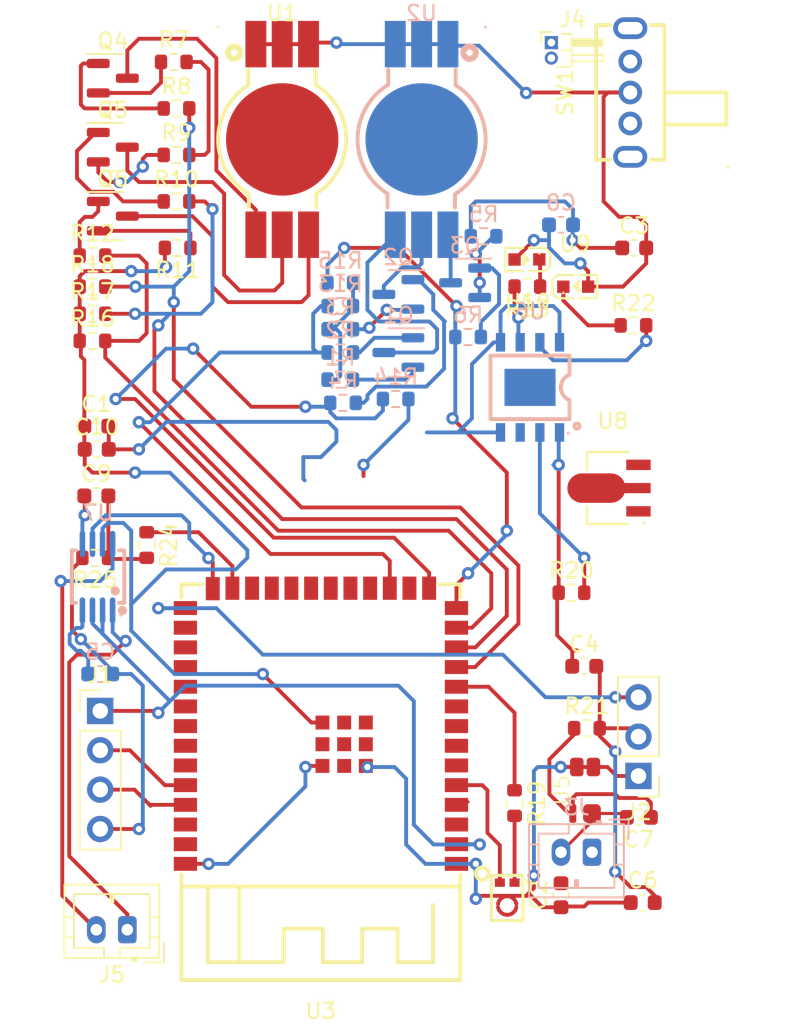
<source format=kicad_pcb>
(kicad_pcb (version 20221018) (generator pcbnew)
  (layers (0 "F.Cu" signal) (31 "B.Cu" signal) (34 "B.Paste" user) (35 "F.Paste" user) (36 "B.SilkS" user "B.Silkscreen") (37 "F.SilkS" user "F.Silkscreen") (38 "B.Mask" user) (39 "F.Mask" user) (44 "Edge.Cuts" user))
  (net 0 "")
  (net 1 "GND")
  (net 2 "VDD")
  (net 3 "Net-(U4-VDD)")
  (net 4 "Net-(J2-Pin_3)")
  (net 5 "Net-(U7-IN-)")
  (net 6 "Net-(J5-Pin_1)")
  (net 7 "Net-(Q1-G)")
  (net 8 "Net-(Q1-S)")
  (net 9 "Net-(Q1-D)")
  (net 10 "Net-(Q2-G)")
  (net 11 "Net-(Q2-S)")
  (net 12 "Net-(Q2-D)")
  (net 13 "Net-(Q3-G)")
  (net 14 "Net-(Q3-S)")
  (net 15 "Net-(Q3-D)")
  (net 16 "Net-(Q4-G)")
  (net 17 "Net-(Q4-S)")
  (net 18 "Net-(Q4-D)")
  (net 19 "Net-(Q5-G)")
  (net 20 "Net-(Q5-S)")
  (net 21 "Net-(Q5-D)")
  (net 22 "Net-(Q6-G)")
  (net 23 "Net-(Q6-S)")
  (net 24 "Net-(Q6-D)")
  (net 25 "Net-(U6-PROG)")
  (net 26 "Net-(U5-VDD)")
  (net 27 "/BAT-")
  (net 29 "Net-(U7-IN+)")
  (net 30 "Net-(C9-Pad2)")
  (net 31 "/RxD")
  (net 32 "/TxD")
  (net 33 "/BAT+")
  (net 34 "Net-(J5-Pin_2)")
  (net 35 "/BLUE2")
  (net 36 "/GREEN2")
  (net 37 "/RED2")
  (net 38 "/RED1")
  (net 39 "/GREEN1")
  (net 40 "/BLUE1")
  (net 41 "/MIC_POWER")
  (net 42 "Net-(U9-K)")
  (net 43 "Net-(U6-CHRG#)")
  (net 44 "Net-(U10-K)")
  (net 45 "Net-(U6-STDBY#)")
  (net 46 "/SOUND")
  (net 51 "/MIC")
  (net 54 "unconnected-(U3-IO15-Pad8)")
  (net 64 "/SOUND_ENABLE")
  (footprint "Resistor_SMD:R_0603_1608Metric" (layer "F.Cu") (at 161.675 83.25)
    (fp_text reference "R20")
    (fp_text value "4k7")
  )
  (footprint "footprint:MIC-SMD_3P-L2.8-W1.9_ZTS6056" (layer "F.Cu") (at 157.525019 103)
    (fp_text reference "U4" hide)
    (fp_text value "ZTS6156")
  )
  (footprint "footprint:LED0603-RD_BLUE" (layer "F.Cu") (at 161.95061 63.503505)
    (fp_text reference "U9")
    (fp_text value "XL-1608UBC-04")
  )
  (footprint "footprint:XB4908A" (layer "F.Cu") (at 162.555 96 90)
    (fp_text reference "U5")
    (fp_text value "~")
  )
  (footprint "Resistor_SMD:R_0603_1608Metric" (layer "F.Cu") (at 136.175 55)
    (fp_text reference "R9")
    (fp_text value "1")
  )
  (footprint "footprint:LED-SMD_XL-HD6070RGBC-A46L" (layer "F.Cu") (at 143 53.999873)
    (fp_text reference "U1")
    (fp_text value "XL-HD6070RGBC-A46L")
  )
  (footprint "Resistor_SMD:R_0603_1608Metric" (layer "F.Cu") (at 165.675 66)
    (fp_text reference "R22")
    (fp_text value "1k")
  )
  (footprint "Capacitor_SMD:C_0603_1608Metric" (layer "F.Cu") (at 131 77)
    (fp_text reference "C9")
    (fp_text value "0.1uF")
  )
  (footprint "Resistor_SMD:R_0603_1608Metric" (layer "F.Cu") (at 158 96.825 -90)
    (fp_text reference "R19")
    (fp_text value "100")
  )
  (footprint "Package_TO_SOT_SMD:SOT-23" (layer "F.Cu") (at 132.0625 50.05)
    (fp_text reference "Q4")
    (fp_text value "IRLML6244")
  )
  (footprint "Package_TO_SOT_SMD:SOT-23" (layer "F.Cu") (at 132.0625 54.5)
    (fp_text reference "Q5")
    (fp_text value "IRLML6244")
  )
  (footprint "footprint:LED0603-RD_GREEN" (layer "F.Cu") (at 158.799467 61.74652 180)
    (fp_text reference "U10")
    (fp_text value "XL-1608SYGC-06")
  )
  (footprint "otherfootprint:SW-TH_SK12D07VG4" (layer "F.Cu") (at 165.470003 50.970003 90)
    (fp_text reference "SW1")
    (fp_text value "SK12D07VG4")
  )
  (footprint "Resistor_SMD:R_0603_1608Metric" (layer "F.Cu") (at 136 49)
    (fp_text reference "R7")
    (fp_text value "1")
  )
  (footprint "Resistor_SMD:R_0603_1608Metric" (layer "F.Cu") (at 134.25 80.175 -90)
    (fp_text reference "R24")
    (fp_text value "3k3")
  )
  (footprint "Connector_PinHeader_1.00mm:PinHeader_1x02_P1.00mm_Horizontal" (layer "F.Cu") (at 160.375 47.75)
    (fp_text reference "J4")
    (fp_text value "Charging Notches")
  )
  (footprint "Resistor_SMD:R_0603_1608Metric" (layer "F.Cu") (at 130.75 67)
    (fp_text reference "R16")
    (fp_text value "100k")
  )
  (footprint "Resistor_SMD:R_0603_1608Metric" (layer "F.Cu") (at 130.75 63.5)
    (fp_text reference "R18")
    (fp_text value "100k")
  )
  (footprint "Resistor_SMD:R_0603_1608Metric" (layer "F.Cu") (at 136.25 61 180)
    (fp_text reference "R11")
    (fp_text value "1")
  )
  (footprint "Capacitor_SMD:C_0603_1608Metric" (layer "F.Cu") (at 166.025 97.75 180)
    (fp_text reference "C7")
    (fp_text value "0.1uF")
  )
  (footprint "Resistor_SMD:R_0603_1608Metric" (layer "F.Cu") (at 130.925 81 180)
    (fp_text reference "R25")
    (fp_text value "1k")
  )
  (footprint "footprint:WIRELM-SMD_ESP32-S3-WROOM-1" (layer "F.Cu") (at 145.500064 91.855029 180)
    (fp_text reference "U3")
    (fp_text value "ESP32-S2-SOLO-2-N4")
  )
  (footprint "Capacitor_SMD:C_0603_1608Metric" (layer "F.Cu") (at 161 102.775 90)
    (fp_text reference "C2")
    (fp_text value "1uf")
  )
  (footprint "Capacitor_SMD:C_0603_1608Metric" (layer "F.Cu") (at 166.275 103.25)
    (fp_text reference "C6")
    (fp_text value "100uF")
  )
  (footprint "Resistor_SMD:R_0603_1608Metric" (layer "F.Cu") (at 130.75 65.25)
    (fp_text reference "R17")
    (fp_text value "100k")
  )
  (footprint "Resistor_SMD:R_0603_1608Metric" (layer "F.Cu") (at 162.675 92)
    (fp_text reference "R21")
    (fp_text value "1k")
  )
  (footprint "Capacitor_SMD:C_0603_1608Metric" (layer "F.Cu") (at 131.025 74)
    (fp_text reference "C10")
    (fp_text value "100uf")
  )
  (footprint "Capacitor_SMD:C_0603_1608Metric" (layer "F.Cu") (at 165.725 61)
    (fp_text reference "C3")
    (fp_text value "1uf")
  )
  (footprint "Connector_PinHeader_2.54mm:PinHeader_1x04_P2.54mm_Vertical" (layer "F.Cu") (at 131.25 90.88)
    (fp_text reference "J1")
    (fp_text value "Conn_01x04_Pin")
  )
  (footprint "Resistor_SMD:R_0603_1608Metric" (layer "F.Cu") (at 130.75 61.5)
    (fp_text reference "R12")
    (fp_text value "100")
  )
  (footprint "Resistor_SMD:R_0603_1608Metric" (layer "F.Cu") (at 158.825 63.5 180)
    (fp_text reference "R23")
    (fp_text value "1k")
  )
  (footprint "otherfootprint:SOT-89-3_L4.5-W2.5-P1.50-LS4.2-BR" (layer "F.Cu") (at 164.643764 76.5)
    (fp_text reference "U8")
    (fp_text value "HT7533-1_C14289")
  )
  (footprint "Capacitor_SMD:C_0603_1608Metric" (layer "F.Cu") (at 131 72.5)
    (fp_text reference "C1")
    (fp_text value "1uf")
  )
  (footprint "Capacitor_SMD:C_0603_1608Metric" (layer "F.Cu") (at 162.5 88)
    (fp_text reference "C4")
    (fp_text value "100uF")
  )
  (footprint "Package_TO_SOT_SMD:SOT-23" (layer "F.Cu") (at 132.0625 58.95)
    (fp_text reference "Q6")
    (fp_text value "IRLML6244")
  )
  (footprint "Connector_JST:JST_PH_B2B-PH-K_1x02_P2.00mm_Vertical" (layer "F.Cu") (at 133 105 180)
    (fp_text reference "J5")
    (fp_text value "Speaker Connector")
  )
  (footprint "Connector_PinHeader_2.54mm:PinHeader_1x03_P2.54mm_Vertical" (layer "F.Cu") (at 166 95.08 180)
    (fp_text reference "J2")
    (fp_text value "Conn_01x03_Pin")
  )
  (footprint "Resistor_SMD:R_0603_1608Metric" (layer "F.Cu") (at 136.175 52)
    (fp_text reference "R8")
    (fp_text value "100")
  )
  (footprint "Resistor_SMD:R_0603_1608Metric" (layer "F.Cu") (at 136.175 58)
    (fp_text reference "R10")
    (fp_text value "100")
  )
  (footprint "Package_TO_SOT_SMD:SOT-23" (layer "B.Cu") (at 154.8125 63.25 180)
    (fp_text reference "Q3")
    (fp_text value "IRLML6244")
  )
  (footprint "Resistor_SMD:R_0603_1608Metric" (layer "B.Cu") (at 146.925 71 180)
    (fp_text reference "R4")
    (fp_text value "100")
  )
  (footprint "Resistor_SMD:R_0603_1608Metric" (layer "B.Cu") (at 146.75 67.75 180)
    (fp_text reference "R2")
    (fp_text value "100")
  )
  (footprint "Connector_JST:JST_PH_B2B-PH-K_1x02_P2.00mm_Vertical" (layer "B.Cu") (at 163 100 180)
    (fp_text reference "J3")
    (fp_text value "Battery Connector")
  )
  (footprint "Resistor_SMD:R_0603_1608Metric" (layer "B.Cu") (at 146.75 63.25 180)
    (fp_text reference "R15")
    (fp_text value "100k")
  )
  (footprint "Capacitor_SMD:C_0603_1608Metric" (layer "B.Cu") (at 131.25 88.5 180)
    (fp_text reference "C5")
    (fp_text value "0.1uF")
  )
  (footprint "Resistor_SMD:R_0603_1608Metric" (layer "B.Cu") (at 150.325 70.75 180)
    (fp_text reference "R14")
    (fp_text value "100k")
  )
  (footprint "Capacitor_SMD:C_0603_1608Metric" (layer "B.Cu") (at 161 59.51 180)
    (fp_text reference "C8")
    (fp_text value "1uf")
  )
  (footprint "footprint:LED-SMD_XL-HD6070RGBC-A46L" (layer "B.Cu") (at 152 54 180)
    (fp_text reference "U2")
    (fp_text value "XL-HD6070RGBC-A46L")
  )
  (footprint "Package_TO_SOT_SMD:SOT-23" (layer "B.Cu") (at 150.5 67.75 180)
    (fp_text reference "Q1")
    (fp_text value "IRLML6244")
  )
  (footprint "footprint:MSOP-8_L3.0-W3.0-P0.65-LS5.0-BL" (layer "B.Cu") (at 131.075121 82.25 180)
    (fp_text reference "U7")
    (fp_text value "PAM8304ASR")
  )
  (footprint "Resistor_SMD:R_0603_1608Metric" (layer "B.Cu") (at 146.75 69.5 180)
    (fp_text reference "R1")
    (fp_text value "1")
  )
  (footprint "Resistor_SMD:R_0603_1608Metric" (layer "B.Cu") (at 146.75 66.25 180)
    (fp_text reference "R3")
    (fp_text value "1")
  )
  (footprint "Resistor_SMD:R_0603_1608Metric" (layer "B.Cu") (at 156 60.25 180)
    (fp_text reference "R5")
    (fp_text value "1")
  )
  (footprint "Resistor_SMD:R_0603_1608Metric" (layer "B.Cu") (at 155 66.75 180)
    (fp_text reference "R6")
    (fp_text value "100")
  )
  (footprint "footprint:ESOP-8_L4.9-W3.9-P1.27-LS6.0-BL-EP" (layer "B.Cu") (at 159 70 180)
    (fp_text reference "U6")
    (fp_text value "TP4056_C725790")
  )
  (footprint "Resistor_SMD:R_0603_1608Metric" (layer "B.Cu") (at 146.75 64.75 180)
    (fp_text reference "R13")
    (fp_text value "100k")
  )
  (footprint "Package_TO_SOT_SMD:SOT-23" (layer "B.Cu") (at 150.5 64 180)
    (fp_text reference "Q2")
    (fp_text value "IRLML6244")
  )
  (gr_line (start 155 96.75) (end 154 97) (stroke (width 0.2)) (layer "F.Cu"))
  (segment (start 144.570041 94.429959) (end 144.5 94.5) (width 0.25) (layer "F.Cu") (net 1))
  (segment (start 162.5 103.5) (end 161.05 103.5) (width 0.25) (layer "F.Cu") (net 1))
  (segment (start 130.225 73.975) (end 130.25 74) (width 0.25) (layer "F.Cu") (net 1))
  (segment (start 130.225 72.5) (end 130.225 68.225) (width 0.25) (layer "F.Cu") (net 1))
  (segment (start 129.925 63.5) (end 129.925 62.825) (width 0.25) (layer "F.Cu") (net 1))
  (segment (start 162.5 103.5) (end 162.75 103.25) (width 0.25) (layer "F.Cu") (net 1))
  (segment (start 160.85 83.25) (end 160.85 75) (width 0.25) (layer "F.Cu") (net 1))
  (segment (start 155.686253 102.813747) (end 155.5 103) (width 0.25) (layer "F.Cu") (net 1))
  (segment (start 163.0915 94.5) (end 164 94.5) (width 0.25) (layer "F.Cu") (net 1))
  (segment (start 129.425 84.925) (end 129.425 81.75) (width 0.25) (layer "F.Cu") (net 1))
  (segment (start 144.879858 91.629858) (end 145.60014 91.629858) (width 0.25) (layer "F.Cu") (net 1))
  (segment (start 145.60014 94.429959) (end 144.570041 94.429959) (width 0.25) (layer "F.Cu") (net 1))
  (segment (start 138.25 100.75) (end 136.75 100.75) (width 0.25) (layer "F.Cu") (net 1))
  (segment (start 161.05 103.5) (end 161 103.55) (width 0.25) (layer "F.Cu") (net 1))
  (segment (start 129.425 81.75) (end 130.175 81) (width 0.25) (layer "F.Cu") (net 1))
  (segment (start 135.425 61) (end 135.425 62.175) (width 0.25) (layer "F.Cu") (net 1))
  (segment (start 143 56) (end 143 54) (width 0.25) (layer "F.Cu") (net 1))
  (segment (start 159.063747 102.813747) (end 158.75 102.813747) (width 0.25) (layer "F.Cu") (net 1))
  (segment (start 161 103.55) (end 159.8 103.55) (width 0.25) (layer "F.Cu") (net 1))
  (segment (start 130.25 62.5) (end 133.25 62.5) (width 0.25) (layer "F.Cu") (net 1))
  (segment (start 130.225 68.225) (end 130 68) (width 0.25) (layer "F.Cu") (net 1))
  (segment (start 162.75 103.25) (end 165.5 103.25) (width 0.25) (layer "F.Cu") (net 1))
  (segment (start 148.429959 94.429959) (end 148.5 94.5) (width 0.25) (layer "F.Cu") (net 1))
  (segment (start 161.725 86.975) (end 160.75 86) (width 0.25) (layer "F.Cu") (net 1))
  (segment (start 130 68) (end 130 67.075) (width 0.25) (layer "F.Cu") (net 1))
  (segment (start 130 67.075) (end 129.925 67) (width 0.25) (layer "F.Cu") (net 1))
  (segment (start 162.025 86.975) (end 161.725 86.975) (width 0.25) (layer "F.Cu") (net 1))
  (segment (start 160.75 83.35) (end 160.85 83.25) (width 0.25) (layer "F.Cu") (net 1))
  (segment (start 138.25 49.5) (end 138.25 54.75) (width 0.25) (layer "F.Cu") (net 1))
  (segment (start 130.25 75) (end 130.75 75.5) (width 0.25) (layer "F.Cu") (net 1))
  (segment (start 158.75 102.813747) (end 155.686253 102.813747) (width 0.25) (layer "F.Cu") (net 1))
  (segment (start 161.725 88) (end 161.725 86.975) (width 0.25) (layer "F.Cu") (net 1))
  (segment (start 159.25 102.313747) (end 158.75 102.813747) (width 0.25) (layer "F.Cu") (net 1))
  (segment (start 130.25 74) (end 130.25 75) (width 0.25) (layer "F.Cu") (net 1))
  (segment (start 133.75 98.5) (end 131.25 98.5) (width 0.25) (layer "F.Cu") (net 1))
  (segment (start 141.75 88.5) (end 144.879858 91.629858) (width 0.25) (layer "F.Cu") (net 1))
  (segment (start 130.225 72.5) (end 130.225 73.975) (width 0.25) (layer "F.Cu") (net 1))
  (segment (start 129.925 62.825) (end 130.25 62.5) (width 0.25) (layer "F.Cu") (net 1))
  (segment (start 148.400242 94.429959) (end 148.429959 94.429959) (width 0.25) (layer "F.Cu") (net 1))
  (segment (start 162.0185 94.5) (end 163.0915 94.5) (width 0.25) (layer "F.Cu") (net 1))
  (segment (start 138.25 54.75) (end 138 55) (width 0.25) (layer "F.Cu") (net 1))
  (segment (start 129.425 85.675) (end 130 86.25) (width 0.25) (layer "F.Cu") (net 1))
  (segment (start 129.925 67) (end 129.925 65.25) (width 0.25) (layer "F.Cu") (net 1))
  (segment (start 162.25 61) (end 161.75 60.5) (width 0.25) (layer "F.Cu") (net 1))
  (segment (start 159.25 101.5) (end 159.25 102.313747) (width 0.25) (layer "F.Cu") (net 1))
  (segment (start 137.75 49) (end 138.25 49.5) (width 0.25) (layer "F.Cu") (net 1))
  (segment (start 164 94.5) (end 164.58 95.08) (width 0.25) (layer "F.Cu") (net 1))
  (segment (start 148.25 75) (end 148.25 75.7245) (width 0.25) (layer "F.Cu") (net 1))
  (segment (start 164.58 95.08) (end 166 95.08) (width 0.25) (layer "F.Cu") (net 1))
  (segment (start 162.0185 94.5) (end 160.9745 94.5) (width 0.25) (layer "F.Cu") (net 1))
  (segment (start 154.250128 100.75) (end 155.5 100.75) (width 0.25) (layer "F.Cu") (net 1))
  (segment (start 129.425 84.925) (end 129.425 85.675) (width 0.25) (layer "F.Cu") (net 1))
  (segment (start 130.75 75.5) (end 133.5 75.5) (width 0.25) (layer "F.Cu") (net 1))
  (segment (start 159.8 103.55) (end 159.063747 102.813747) (width 0.25) (layer "F.Cu") (net 1))
  (segment (start 138 55) (end 137 55) (width 0.25) (layer "F.Cu") (net 1))
  (segment (start 160.75 86) (end 160.75 83.35) (width 0.25) (layer "F.Cu") (net 1))
  (segment (start 136.825 49) (end 137.75 49) (width 0.25) (layer "F.Cu") (net 1))
  (segment (start 129.925 65.25) (end 129.925 63.5) (width 0.25) (layer "F.Cu") (net 1))
  (segment (start 164.95 61) (end 162.25 61) (width 0.25) (layer "F.Cu") (net 1))
  (segment (start 135.425 62.175) (end 135.5 62.25) (width 0.25) (layer "F.Cu") (net 1))
  (via (at 135.5 62.25) (size 0.8) (drill 0.4) (layers "F.Cu" "B.Cu") (net 1))
  (via (at 144.5 94.5) (size 0.8) (drill 0.4) (layers "F.Cu" "B.Cu") (net 1))
  (via (at 160.9745 94.5) (size 0.8) (drill 0.4) (layers "F.Cu" "B.Cu") (net 1))
  (via (at 159.25 101.5) (size 0.8) (drill 0.4) (layers "F.Cu" "B.Cu") (net 1))
  (via (at 148.25 75) (size 0.8) (drill 0.4) (layers "F.Cu" "B.Cu") (net 1))
  (via (at 130 86.25) (size 0.8) (drill 0.4) (layers "F.Cu" "B.Cu") (net 1))
  (via (at 155.5 100.75) (size 0.8) (drill 0.4) (layers "F.Cu" "B.Cu") (net 1))
  (via (at 148.5 94.5) (size 0.8) (drill 0.4) (layers "F.Cu" "B.Cu") (net 1))
  (via (at 133.25 62.5) (size 0.8) (drill 0.4) (layers "F.Cu" "B.Cu") (net 1))
  (via (at 133.75 98.5) (size 0.8) (drill 0.4) (layers "F.Cu" "B.Cu") (net 1))
  (via (at 155.5 103) (size 0.8) (drill 0.4) (layers "F.Cu" "B.Cu") (net 1))
  (via (at 161.75 60.5) (size 0.8) (drill 0.4) (layers "F.Cu" "B.Cu") (net 1))
  (via (at 160.85 75) (size 0.8) (drill 0.4) (layers "F.Cu" "B.Cu") (net 1))
  (via (at 138.25 100.75) (size 0.8) (drill 0.4) (layers "F.Cu" "B.Cu") (net 1))
  (via (at 141.75 88.5) (size 0.8) (drill 0.4) (layers "F.Cu" "B.Cu") (net 1))
  (via (at 133.5 75.5) (size 0.8) (drill 0.4) (layers "F.Cu" "B.Cu") (net 1))
  (segment (start 140 81.75) (end 140.75 81) (width 0.25) (layer "B.Cu") (net 1))
  (segment (start 147.575 63.25) (end 147.575 64.75) (width 0.25) (layer "B.Cu") (net 1))
  (segment (start 160.9745 94.5) (end 159.5 94.5) (width 0.25) (layer "B.Cu") (net 1))
  (segment (start 159.5 94.5) (end 159.25 94.75) (width 0.25) (layer "B.Cu") (net 1))
  (segment (start 155.5 58) (end 161.25 58) (width 0.25) (layer "B.Cu") (net 1))
  (segment (start 132.75 78.75) (end 133.25 79.25) (width 0.25) (layer "B.Cu") (net 1))
  (segment (start 150.25 94.5) (end 151 95.25) (width 0.25) (layer "B.Cu") (net 1))
  (segment (start 133.25 84) (end 135.5 81.75) (width 0.25) (layer "B.Cu") (net 1))
  (segment (start 131.399988 79.100012) (end 131.75 78.75) (width 0.25) (layer "B.Cu") (net 1))
  (segment (start 135.5 81.75) (end 140 81.75) (width 0.25) (layer "B.Cu") (net 1))
  (segment (start 145.925 66.25) (end 146.5 66.25) (width 0.25) (layer "B.Cu") (net 1))
  (segment (start 133.25 81.75) (end 133.25 84) (width 0.25) (layer "B.Cu") (net 1))
  (segment (start 151.15 72.1) (end 148.25 75) (width 0.25) (layer "B.Cu") (net 1))
  (segment (start 161.775 58.525) (end 161.775 59.51) (width 0.25) (layer "B.Cu") (net 1))
  (segment (start 160.85 75) (end 160.85 72.96331) (width 0.25) (layer "B.Cu") (net 1))
  (segment (start 161.25 58) (end 161.775 58.525) (width 0.25) (layer "B.Cu") (net 1))
  (segment (start 161.75 59.535) (end 161.775 59.51) (width 0.25) (layer "B.Cu") (net 1))
  (segment (start 152.25 100.75) (end 155.5 100.75) (width 0.25) (layer "B.Cu") (net 1))
  (segment (start 160.85 72.96331) (end 160.905004 72.908306) (width 0.25) (layer "B.Cu") (net 1))
  (segment (start 151 95.25) (end 151 99.5) (width 0.25) (layer "B.Cu") (net 1))
  (segment (start 132.025 88.5) (end 133.25 88.5) (width 0.25) (layer "B.Cu") (net 1))
  (segment (start 155.5 100.75) (end 155.5 103) (width 0.25) (layer "B.Cu") (net 1))
  (segment (start 155.175 58.325) (end 155.5 58) (width 0.25) (layer "B.Cu") (net 1))
  (segment (start 161.75 60.5) (end 161.75 59.535) (width 0.25) (layer "B.Cu") (net 1))
  (segment (start 133.25 84) (end 133.25 85.700097) (width 0.25) (layer "B.Cu") (net 1))
  (segment (start 131.399988 80.10395) (end 131.399988 79.100012) (width 0.25) (layer "B.Cu") (net 1))
  (segment (start 131.75 78.75) (end 132.75 78.75) (width 0.25) (layer "B.Cu") (net 1))
  (segment (start 133.25 79.25) (end 133.25 81.75) (width 0.25) (layer "B.Cu") (net 1))
  (segment (start 141.25 88.5) (end 141.75 88.5) (width 0.25) (layer "B.Cu") (net 1))
  (segment (start 158.364999 72.908306) (end 158.364999 72.628309) (width 0.25) (layer "B.Cu") (net 1))
  (segment (start 146.75 69.25) (end 146.5 69.5) (width 0.25) (layer "B.Cu") (net 1))
  (segment (start 148.5 94.5) (end 150.25 94.5) (width 0.25) (layer "B.Cu") (net 1))
  (segment (start 140.75 81) (end 140.75 80.5) (width 0.25) (layer "B.Cu") (net 1))
  (segment (start 135.75 75.5) (end 133.5 75.5) (width 0.25) (layer "B.Cu") (net 1))
  (segment (start 151.15 70.75) (end 151.15 72.1) (width 0.25) (layer "B.Cu") (net 1))
  (segment (start 160.85 75) (end 160.5 75) (width 0.25) (layer "B.Cu") (net 1))
  (segment (start 155.175 60.25) (end 155.175 58.325) (width 0.25) (layer "B.Cu") (net 1))
  (segment (start 135.25 62.5) (end 135.5 62.25) (width 0.25) (layer "B.Cu") (net 1))
  (segment (start 134 98.25) (end 133.75 98.5) (width 0.25) (layer "B.Cu") (net 1))
  (segment (start 133.25 88.5) (end 134 89.25) (width 0.25) (layer "B.Cu") (net 1))
  (segment (start 134 89.25) (end 134 98.25) (width 0.25) (layer "B.Cu") (net 1))
  (segment (start 140.75 80.5) (end 135.75 75.5) (width 0.25) (layer "B.Cu") (net 1))
  (segment (start 146.75 66.5) (end 146.75 69.25) (width 0.25) (layer "B.Cu") (net 1))
  (segment (start 159.25 94.75) (end 159.25 101.5) (width 0.25) (layer "B.Cu") (net 1))
  (segment (start 146.25 66.25) (end 147.575 64.925) (width 0.25) (layer "B.Cu") (net 1))
  (segment (start 145.925 66.25) (end 146.25 66.25) (width 0.25) (layer "B.Cu") (net 1))
  (segment (start 146.5 66.25) (end 146.75 66.5) (width 0.25) (layer "B.Cu") (net 1))
  (segment (start 151 99.5) (end 152.25 100.75) (width 0.25) (layer "B.Cu") (net 1))
  (segment (start 135.299903 87.75) (end 136.049903 88.5) (width 0.25) (layer "B.Cu") (net 1))
  (segment (start 136.049903 88.5) (end 141.25 88.5) (width 0.25) (layer "B.Cu") (net 1))
  (segment (start 132.025 88.275) (end 132.025 88.5) (width 0.25) (layer "B.Cu") (net 1))
  (segment (start 144.5 94.5) (end 144.5 95.75) (width 0.25) (layer "B.Cu") (net 1))
  (segment (start 144.5 95.75) (end 139.5 100.75) (width 0.25) (layer "B.Cu") (net 1))
  (segment (start 130 86.25) (end 132.025 88.275) (width 0.25) (layer "B.Cu") (net 1))
  (segment (start 133.25 62.5) (end 135.25 62.5) (width 0.25) (layer "B.Cu") (net 1))
  (segment (start 133.25 85.700097) (end 135.299903 87.75) (width 0.25) (layer "B.Cu") (net 1))
  (segment (start 147.575 64.925) (end 147.575 64.75) (width 0.25) (layer "B.Cu") (net 1))
  (segment (start 146.5 69.5) (end 145.925 69.5) (width 0.25) (layer "B.Cu") (net 1))
  (segment (start 139.5 100.75) (end 138.25 100.75) (width 0.25) (layer "B.Cu") (net 1))
  (segment (start 131.8 74) (end 131.8 72.525) (width 0.25) (layer "F.Cu") (net 2))
  (segment (start 166.5 61) (end 166.5 62) (width 0.25) (layer "F.Cu") (net 2))
  (segment (start 165.470003 50.970003) (end 158.779997 50.970003) (width 0.25) (layer "F.Cu") (net 2))
  (segment (start 133.75 74) (end 131.8 74) (width 0.25) (layer "F.Cu") (net 2))
  (segment (start 163.75 51.25) (end 163.75 58) (width 0.25) (layer "F.Cu") (net 2))
  (segment (start 158.779997 50.970003) (end 158.75 51) (width 0.25) (layer "F.Cu") (net 2))
  (segment (start 158 61.75) (end 159.25 60.5) (width 0.25) (layer "F.Cu") (net 2))
  (segment (start 167.05 102.8) (end 166.5 102.25) (width 0.25) (layer "F.Cu") (net 2))
  (segment (start 134.88 90.88) (end 135 91) (width 0.25) (layer "F.Cu") (net 2))
  (segment (start 164.75 59) (end 166 59) (width 0.25) (layer "F.Cu") (net 2))
  (segment (start 154.250128 99.479997) (end 155.729997 99.479997) (width 0.25) (layer "F.Cu") (net 2))
  (segment (start 165 63.5) (end 162.75 63.5) (width 0.25) (layer "F.Cu") (net 2))
  (segment (start 165.5 102.25) (end 166.5 102.25) (width 0.25) (layer "F.Cu") (net 2))
  (segment (start 162.25 62) (end 162.75 62.5) (width 0.25) (layer "F.Cu") (net 2))
  (segment (start 163.275 88) (end 163.5 88.225) (width 0.25) (layer "F.Cu") (net 2))
  (segment (start 165.46 92) (end 166 92.54) (width 0.25) (layer "F.Cu") (net 2))
  (segment (start 166 59) (end 166.5 59.5) (width 0.25) (layer "F.Cu") (net 2))
  (segment (start 131.25 90.88) (end 134.88 90.88) (width 0.25) (layer "F.Cu") (net 2))
  (segment (start 166.5 62) (end 165 63.5) (width 0.25) (layer "F.Cu") (net 2))
  (segment (start 164.5 101.25) (end 165.5 102.25) (width 0.25) (layer "F.Cu") (net 2))
  (segment (start 162.75 62.5) (end 162.75 63.5) (width 0.25) (layer "F.Cu") (net 2))
  (segment (start 155.729997 99.479997) (end 155.75 99.5) (width 0.25) (layer "F.Cu") (net 2))
  (segment (start 131.8 72.525) (end 131.775 72.5) (width 0.25) (layer "F.Cu") (net 2))
  (segment (start 163.5 88.225) (end 163.5 92) (width 0.25) (layer "F.Cu") (net 2))
  (segment (start 146.5 47.75) (end 144.799911 47.75) (width 0.25) (layer "F.Cu") (net 2))
  (segment (start 163.75 58) (end 164.75 59) (width 0.25) (layer "F.Cu") (net 2))
  (segment (start 163.5 92) (end 163.5 92.5) (width 0.25) (layer "F.Cu") (net 2))
  (segment (start 167.05 103.25) (end 167.05 102.8) (width 0.25) (layer "F.Cu") (net 2))
  (segment (start 166.5 59.5) (end 166.5 61) (width 0.25) (layer "F.Cu") (net 2))
  (segment (start 163.5 92) (end 165.46 92) (width 0.25) (layer "F.Cu") (net 2))
  (segment (start 164.029997 50.970003) (end 163.75 51.25) (width 0.25) (layer "F.Cu") (net 2))
  (segment (start 165.470003 50.970003) (end 164.029997 50.970003) (width 0.25) (layer "F.Cu") (net 2))
  (segment (start 144.799911 47.75) (end 144.700025 47.849886) (width 0.25) (layer "F.Cu") (net 2))
  (segment (start 144.700025 47.849886) (end 141.299975 47.849886) (width 0.25) (layer "F.Cu") (net 2))
  (segment (start 163.5 92.5) (end 164.5 93.5) (width 0.25) (layer "F.Cu") (net 2))
  (via (at 164.5 101.25) (size 0.8) (drill 0.4) (layers "F.Cu" "B.Cu") (net 2))
  (via (at 135 91) (size 0.8) (drill 0.4) (layers "F.Cu" "B.Cu") (net 2))
  (via (at 146.5 47.75) (size 0.8) (drill 0.4) (layers "F.Cu" "B.Cu") (net 2))
  (via (at 158.75 51) (size 0.8) (drill 0.4) (layers "F.Cu" "B.Cu") (net 2))
  (via (at 135 91) (size 0.8) (drill 0.4) (layers "F.Cu" "B.Cu") (net 2))
  (via (at 155.75 99.5) (size 0.8) (drill 0.4) (layers "F.Cu" "B.Cu") (net 2))
  (via (at 133.75 74) (size 0.8) (drill 0.4) (layers "F.Cu" "B.Cu") (net 2))
  (via (at 164.5 93.5) (size 0.8) (drill 0.4) (layers "F.Cu" "B.Cu") (net 2))
  (via (at 162.25 62) (size 0.8) (drill 0.4) (layers "F.Cu" "B.Cu") (net 2))
  (via (at 159.25 60.5) (size 0.8) (drill 0.4) (layers "F.Cu" "B.Cu") (net 2))
  (segment (start 135.25 72.5) (end 133.75 74) (width 0.25) (layer "B.Cu") (net 2))
  (segment (start 157.094996 65.155004) (end 157.5 64.75) (width 0.25) (layer "B.Cu") (net 2))
  (segment (start 144.3625 75.9125) (end 144.45 76) (width 0.25) (layer "B.Cu") (net 2))
  (segment (start 130.75 85.25) (end 130.75 84.39605) (width 0.25) (layer "B.Cu") (net 2))
  (segment (start 157.094996 67.091694) (end 156.658306 67.091694) (width 0.25) (layer "B.Cu") (net 2))
  (segment (start 160.5 64.75) (end 160.905004 65.155004) (width 0.25) (layer "B.Cu") (net 2))
  (segment (start 155.25 68.5) (end 155.25 72) (width 0.25) (layer "B.Cu") (net 2))
  (segment (start 152.774598 99.5) (end 151.5 98.225402) (width 0.25) (layer "B.Cu") (net 2))
  (segment (start 146 72.25) (end 145.975 72.225) (width 0.25) (layer "B.Cu") (net 2))
  (segment (start 131.5 86) (end 131.399988 85.899988) (width 0.25) (layer "B.Cu") (net 2))
  (segment (start 152 47.850013) (end 150.299975 47.850013) (width 0.25) (layer "B.Cu") (net 2))
  (segment (start 160.225 60.5) (end 160.225 60.975) (width 0.25) (layer "B.Cu") (net 2))
  (segment (start 155.700026 47.950026) (end 153.800038 47.950026) (width 0.25) (layer "B.Cu") (net 2))
  (segment (start 146.5 72.75) (end 146 72.25) (width 0.25) (layer "B.Cu") (net 2))
  (segment (start 144.3625 74.5) (end 144.3625 75.9125) (width 0.25) (layer "B.Cu") (net 2))
  (segment (start 164.5 93.5) (end 164.5 101.25) (width 0.25) (layer "B.Cu") (net 2))
  (segment (start 153.700025 47.850013) (end 152 47.850013) (width 0.25) (layer "B.Cu") (net 2))
  (segment (start 135.525 72.225) (end 135.25 72.5) (width 0.25) (layer "B.Cu") (net 2))
  (segment (start 136.75 89.25) (end 135.75 90.25) (width 0.25) (layer "B.Cu") (net 2))
  (segment (start 135.75 90.25) (end 135 91) (width 0.25) (layer "B.Cu") (net 2))
  (segment (start 154.25 72.908306) (end 157.094996 72.908306) (width 0.25) (layer "B.Cu") (net 2))
  (segment (start 160.225 60.975) (end 160.25 61) (width 0.25) (layer "B.Cu") (net 2))
  (segment (start 135.75 90.25) (end 131.5 86) (width 0.25) (layer "B.Cu") (net 2))
  (segment (start 144.3625 74.5) (end 145.5 74.5) (width 0.25) (layer "B.Cu") (net 2))
  (segment (start 150.5 89.25) (end 136.75 89.25) (width 0.25) (layer "B.Cu") (net 2))
  (segment (start 131.5 86) (end 130.75 85.25) (width 0.25) (layer "B.Cu") (net 2))
  (segment (start 156.658306 67.091694) (end 155.25 68.5) (width 0.25) (layer "B.Cu") (net 2))
  (segment (start 160.25 61) (end 161.25 62) (width 0.25) (layer "B.Cu") (net 2))
  (segment (start 152.341694 72.908306) (end 154.25 72.908306) (width 0.25) (layer "B.Cu") (net 2))
  (segment (start 158.75 51) (end 155.700026 47.950026) (width 0.25) (layer "B.Cu") (net 2))
  (segment (start 155.75 99.5) (end 152.774598 99.5) (width 0.25) (layer "B.Cu") (net 2))
  (segment (start 151.5 98.225402) (end 151.5 90.25) (width 0.25) (layer "B.Cu") (net 2))
  (segment (start 159.25 60.5) (end 160.225 60.5) (width 0.25) (layer "B.Cu") (net 2))
  (segment (start 155.25 72) (end 154.341694 72.908306) (width 0.25) (layer "B.Cu") (net 2))
  (segment (start 131.399988 85.899988) (end 131.399988 84.39605) (width 0.25) (layer "B.Cu") (net 2))
  (segment (start 157.094996 67.091694) (end 157.094996 65.155004) (width 0.25) (layer "B.Cu") (net 2))
  (segment (start 146.5 73.5) (end 146.5 72.75) (width 0.25) (layer "B.Cu") (net 2))
  (segment (start 154.341694 72.908306) (end 154.25 72.908306) (width 0.25) (layer "B.Cu") (net 2))
  (segment (start 151.5 90.25) (end 150.5 89.25) (width 0.25) (layer "B.Cu") (net 2))
  (segment (start 153.800038 47.950026) (end 153.700025 47.850013) (width 0.25) (layer "B.Cu") (net 2))
  (segment (start 146.600013 47.850013) (end 146.5 47.75) (width 0.25) (layer "B.Cu") (net 2))
  (segment (start 157.5 64.75) (end 160.5 64.75) (width 0.25) (layer "B.Cu") (net 2))
  (segment (start 150.299975 47.850013) (end 146.600013 47.850013) (width 0.25) (layer "B.Cu") (net 2))
  (segment (start 145.975 72.225) (end 135.525 72.225) (width 0.25) (layer "B.Cu") (net 2))
  (segment (start 161.25 62) (end 162.25 62) (width 0.25) (layer "B.Cu") (net 2))
  (segment (start 160.905004 65.155004) (end 160.905004 67.091694) (width 0.25) (layer "B.Cu") (net 2))
  (segment (start 145.5 74.5) (end 146.5 73.5) (width 0.25) (layer "B.Cu") (net 2))
  (segment (start 160.225 59.51) (end 160.225 60.5) (width 0.25) (layer "B.Cu") (net 2))
  (segment (start 158 101.96124) (end 158 97.65) (width 0.25) (layer "F.Cu") (net 3))
  (segment (start 135 84.25) (end 136.739967 84.25) (width 0.25) (layer "F.Cu") (net 4))
  (segment (start 136.739967 84.25) (end 136.75 84.239967) (width 0.25) (layer "F.Cu") (net 4))
  (segment (start 166 90) (end 164.5 90) (width 0.25) (layer "F.Cu") (net 4))
  (via (at 135 84.25) (size 0.8) (drill 0.4) (layers "F.Cu" "B.Cu") (net 4))
  (via (at 164.5 90) (size 0.8) (drill 0.4) (layers "F.Cu" "B.Cu") (net 4))
  (segment (start 138.75 84.25) (end 141.75 87.25) (width 0.25) (layer "B.Cu") (net 4))
  (segment (start 157.25 87.25) (end 160 90) (width 0.25) (layer "B.Cu") (net 4))
  (segment (start 141.75 87.25) (end 157.25 87.25) (width 0.25) (layer "B.Cu") (net 4))
  (segment (start 160 90) (end 164.5 90) (width 0.25) (layer "B.Cu") (net 4))
  (segment (start 138.75 84.25) (end 135 84.25) (width 0.25) (layer "B.Cu") (net 4))
  (segment (start 129.724695 87) (end 130 87) (width 0.25) (layer "B.Cu") (net 5))
  (segment (start 130.100013 84.39605) (end 130.100013 85.424987) (width 0.25) (layer "B.Cu") (net 5))
  (segment (start 129.699695 85.525) (end 129.275 85.949695) (width 0.25) (layer "B.Cu") (net 5))
  (segment (start 129.275 86.550305) (end 129.724695 87) (width 0.25) (layer "B.Cu") (net 5))
  (segment (start 129.275 85.949695) (end 129.275 86.550305) (width 0.25) (layer "B.Cu") (net 5))
  (segment (start 130 85.525) (end 129.699695 85.525) (width 0.25) (layer "B.Cu") (net 5))
  (segment (start 130.475 87.475) (end 130.475 88.5) (width 0.25) (layer "B.Cu") (net 5))
  (segment (start 130 87) (end 130.475 87.475) (width 0.25) (layer "B.Cu") (net 5))
  (segment (start 130.100013 85.424987) (end 130 85.525) (width 0.25) (layer "B.Cu") (net 5))
  (segment (start 132 87.25) (end 129.75 87.25) (width 0.25) (layer "F.Cu") (net 6))
  (segment (start 129.25 100.25) (end 133 104) (width 0.25) (layer "F.Cu") (net 6))
  (segment (start 132.887299 86.362701) (end 132 87.25) (width 0.25) (layer "F.Cu") (net 6))
  (segment (start 129.25 87.75) (end 129.25 100.25) (width 0.25) (layer "F.Cu") (net 6))
  (segment (start 129.75 87.25) (end 129.25 87.75) (width 0.25) (layer "F.Cu") (net 6))
  (segment (start 133 104) (end 133 105) (width 0.25) (layer "F.Cu") (net 6))
  (via (at 132.887299 86.362701) (size 0.8) (drill 0.4) (layers "F.Cu" "B.Cu") (net 6))
  (segment (start 132.75 86.5) (end 132.887299 86.362701) (width 0.25) (layer "B.Cu") (net 6))
  (segment (start 132.050229 84.39605) (end 132.050229 85.800229) (width 0.25) (layer "B.Cu") (net 6))
  (segment (start 132.050229 85.800229) (end 132.75 86.5) (width 0.25) (layer "B.Cu") (net 6))
  (segment (start 148 67.75) (end 147.575 67.75) (width 0.25) (layer "B.Cu") (net 7))
  (segment (start 148.95 66.8) (end 148 67.75) (width 0.25) (layer "B.Cu") (net 7))
  (segment (start 151.4375 66.8) (end 148.95 66.8) (width 0.25) (layer "B.Cu") (net 7))
  (segment (start 151 69.5) (end 151.4375 69.0625) (width 0.25) (layer "B.Cu") (net 8))
  (segment (start 151.4375 69.0625) (end 151.4375 68.7) (width 0.25) (layer "B.Cu") (net 8))
  (segment (start 147.575 69.5) (end 151 69.5) (width 0.25) (layer "B.Cu") (net 8))
  (segment (start 152.5 65.75) (end 153 66.25) (width 0.25) (layer "B.Cu") (net 9))
  (segment (start 148.5 65) (end 149.25 65.75) (width 0.25) (layer "B.Cu") (net 9))
  (segment (start 150.299975 60.149987) (end 148.5 61.949962) (width 0.25) (layer "B.Cu") (net 9))
  (segment (start 152.75 67.75) (end 149.5625 67.75) (width 0.25) (layer "B.Cu") (net 9))
  (segment (start 153 67.5) (end 152.75 67.75) (width 0.25) (layer "B.Cu") (net 9))
  (segment (start 148.5 61.949962) (end 148.5 65) (width 0.25) (layer "B.Cu") (net 9))
  (segment (start 149.25 65.75) (end 152.5 65.75) (width 0.25) (layer "B.Cu") (net 9))
  (segment (start 153 66.25) (end 153 67.5) (width 0.25) (layer "B.Cu") (net 9))
  (segment (start 152.3 69.95) (end 153.45 68.8) (width 0.25) (layer "B.Cu") (net 10))
  (segment (start 153.45 68.8) (end 153.45 65.8) (width 0.25) (layer "B.Cu") (net 10))
  (segment (start 153.5 65.75) (end 152.75 65) (width 0.25) (layer "B.Cu") (net 10))
  (segment (start 151.8 63.05) (end 151.4375 63.05) (width 0.25) (layer "B.Cu") (net 10))
  (segment (start 153.45 65.8) (end 153.5 65.75) (width 0.25) (layer "B.Cu") (net 10))
  (segment (start 148.5 70.75) (end 148.5 70.5) (width 0.25) (layer "B.Cu") (net 10))
  (segment (start 152.75 64) (end 151.8 63.05) (width 0.25) (layer "B.Cu") (net 10))
  (segment (start 147.75 71) (end 148.25 71) (width 0.25) (layer "B.Cu") (net 10))
  (segment (start 148.5 70.5) (end 149.05 69.95) (width 0.25) (layer "B.Cu") (net 10))
  (segment (start 148.25 71) (end 148.5 70.75) (width 0.25) (layer "B.Cu") (net 10))
  (segment (start 152.75 65) (end 152.75 64) (width 0.25) (layer "B.Cu") (net 10))
  (segment (start 149.05 69.95) (end 152.3 69.95) (width 0.25) (layer "B.Cu") (net 10))
  (segment (start 148.627089 66.151441) (end 148.627089 66.122911) (width 0.25) (layer "F.Cu") (net 11))
  (segment (start 148.627089 66.122911) (end 149.75 65) (width 0.25) (layer "F.Cu") (net 11))
  (via (at 148.627089 66.151441) (size 0.8) (drill 0.4) (layers "F.Cu" "B.Cu") (net 11))
  (via (at 149.75 65) (size 0.8) (drill 0.4) (layers "F.Cu" "B.Cu") (net 11))
  (segment (start 151.3875 65) (end 151.4375 64.95) (width 0.25) (layer "B.Cu") (net 11))
  (segment (start 149.75 65) (end 151.3875 65) (width 0.25) (layer "B.Cu") (net 11))
  (segment (start 148.52853 66.25) (end 148.627089 66.151441) (width 0.25) (layer "B.Cu") (net 11))
  (segment (start 147.575 66.25) (end 148.52853 66.25) (width 0.25) (layer "B.Cu") (net 11))
  (segment (start 149.5625 64) (end 149.5625 63.4375) (width 0.25) (layer "B.Cu") (net 12))
  (segment (start 151.75 62.25) (end 152 62) (width 0.25) (layer "B.Cu") (net 12))
  (segment (start 149.5625 63.4375) (end 150.75 62.25) (width 0.25) (layer "B.Cu") (net 12))
  (segment (start 150.75 62.25) (end 151.75 62.25) (width 0.25) (layer "B.Cu") (net 12))
  (segment (start 152 62) (end 152 60.149987) (width 0.25) (layer "B.Cu") (net 12))
  (segment (start 155.75 62.3) (end 156.55 62.3) (width 0.25) (layer "B.Cu") (net 13))
  (segment (start 155.825 65.788604) (end 155.825 66.75) (width 0.25) (layer "B.Cu") (net 13))
  (segment (start 157 62.75) (end 157 64.613604) (width 0.25) (layer "B.Cu") (net 13))
  (segment (start 157 64.613604) (end 155.825 65.788604) (width 0.25) (layer "B.Cu") (net 13))
  (segment (start 156.55 62.3) (end 157 62.75) (width 0.25) (layer "B.Cu") (net 13))
  (segment (start 155.75 61.6505) (end 155.5 61.4005) (width 0.25) (layer "F.Cu") (net 14))
  (segment (start 155.75 63.25) (end 155.75 61.6505) (width 0.25) (layer "F.Cu") (net 14))
  (via (at 155.5 61.4005) (size 0.8) (drill 0.4) (layers "F.Cu" "B.Cu") (net 14))
  (via (at 155.75 63.25) (size 0.8) (drill 0.4) (layers "F.Cu" "B.Cu") (net 14))
  (segment (start 155.5 61.4005) (end 156.6505 60.25) (width 0.25) (layer "B.Cu") (net 14))
  (segment (start 156.6505 60.25) (end 156.825 60.25) (width 0.25) (layer "B.Cu") (net 14))
  (segment (start 155.75 64.2) (end 155.75 63.25) (width 0.25) (layer "B.Cu") (net 14))
  (segment (start 153.700025 60.149987) (end 153.875 60.324962) (width 0.25) (layer "B.Cu") (net 15))
  (segment (start 153.875 60.324962) (end 153.875 63.25) (width 0.25) (layer "B.Cu") (net 15))
  (segment (start 130 49.25) (end 130 51.75) (width 0.25) (layer "F.Cu") (net 16))
  (segment (start 131.125 49.1) (end 130.15 49.1) (width 0.25) (layer "F.Cu") (net 16))
  (segment (start 130.15 49.1) (end 130 49.25) (width 0.25) (layer "F.Cu") (net 16))
  (segment (start 130 51.75) (end 130.25 52) (width 0.25) (layer "F.Cu") (net 16))
  (segment (start 130.25 52) (end 135.35 52) (width 0.25) (layer "F.Cu") (net 16))
  (segment (start 135.175 50.325) (end 134.5 51) (width 0.25) (layer "F.Cu") (net 17))
  (segment (start 134.5 51) (end 131.125 51) (width 0.25) (layer "F.Cu") (net 17))
  (segment (start 135.175 49) (end 135.175 50.325) (width 0.25) (layer "F.Cu") (net 17))
  (segment (start 138.75 56) (end 138.75 48.75) (width 0.25) (layer "F.Cu") (net 18))
  (segment (start 133 48.25) (end 133 50.05) (width 0.25) (layer "F.Cu") (net 18))
  (segment (start 141.299975 58.549975) (end 138.75 56) (width 0.25) (layer "F.Cu") (net 18))
  (segment (start 138.75 48.75) (end 137.5 47.5) (width 0.25) (layer "F.Cu") (net 18))
  (segment (start 133.75 47.5) (end 133 48.25) (width 0.25) (layer "F.Cu") (net 18))
  (segment (start 141.299975 60.14986) (end 141.299975 58.549975) (width 0.25) (layer "F.Cu") (net 18))
  (segment (start 137.5 47.5) (end 133.75 47.5) (width 0.25) (layer "F.Cu") (net 18))
  (segment (start 130.95 53.55) (end 129.75 54.75) (width 0.25) (layer "F.Cu") (net 19))
  (segment (start 130.625 57.375) (end 132.099695 57.375) (width 0.25) (layer "F.Cu") (net 19))
  (segment (start 129.75 54.75) (end 129.75 56.5) (width 0.25) (layer "F.Cu") (net 19))
  (segment (start 131.125 53.55) (end 130.95 53.55) (width 0.25) (layer "F.Cu") (net 19))
  (segment (start 132.099695 57.375) (end 132.724695 58) (width 0.25) (layer "F.Cu") (net 19))
  (segment (start 132.724695 58) (end 135.35 58) (width 0.25) (layer "F.Cu") (net 19))
  (segment (start 129.75 56.5) (end 130.625 57.375) (width 0.25) (layer "F.Cu") (net 19))
  (segment (start 134.25 55) (end 135.35 55) (width 0.25) (layer "F.Cu") (net 20))
  (segment (start 131.75 56.75) (end 132.5 56.75) (width 0.25) (layer "F.Cu") (net 20))
  (segment (start 131.125 55.45) (end 131.125 56.125) (width 0.25) (layer "F.Cu") (net 20))
  (segment (start 134 55.75) (end 134 55.25) (width 0.25) (layer "F.Cu") (net 20))
  (segment (start 131.125 56.125) (end 131.75 56.75) (width 0.25) (layer "F.Cu") (net 20))
  (segment (start 134 55.25) (end 134.25 55) (width 0.25) (layer "F.Cu") (net 20))
  (via (at 134 55.75) (size 0.8) (drill 0.4) (layers "F.Cu" "B.Cu") (net 20))
  (via (at 132.5 56.75) (size 0.8) (drill 0.4) (layers "F.Cu" "B.Cu") (net 20))
  (segment (start 133 56.75) (end 134 55.75) (width 0.25) (layer "B.Cu") (net 20))
  (segment (start 132.5 56.75) (end 133 56.75) (width 0.25) (layer "B.Cu") (net 20))
  (segment (start 143 63.25) (end 142.5 63.75) (width 0.25) (layer "F.Cu") (net 21))
  (segment (start 140.25 63.75) (end 139.25 62.75) (width 0.25) (layer "F.Cu") (net 21))
  (segment (start 142.5 63.75) (end 140.25 63.75) (width 0.25) (layer "F.Cu") (net 21))
  (segment (start 133 56) (end 133 54.5) (width 0.25) (layer "F.Cu") (net 21))
  (segment (start 138.5 56.75) (end 133.75 56.75) (width 0.25) (layer "F.Cu") (net 21))
  (segment (start 139.25 62.75) (end 139.25 57.5) (width 0.25) (layer "F.Cu") (net 21))
  (segment (start 143 60.14986) (end 143 63.25) (width 0.25) (layer "F.Cu") (net 21))
  (segment (start 139.25 57.5) (end 138.5 56.75) (width 0.25) (layer "F.Cu") (net 21))
  (segment (start 133.75 56.75) (end 133 56) (width 0.25) (layer "F.Cu") (net 21))
  (segment (start 129.925 59.325) (end 130.25 59) (width 0.25) (layer "F.Cu") (net 22))
  (segment (start 130.75 59) (end 131.125 58.625) (width 0.25) (layer "F.Cu") (net 22))
  (segment (start 129.925 61.5) (end 129.925 59.325) (width 0.25) (layer "F.Cu") (net 22))
  (segment (start 131.125 58.625) (end 131.125 58) (width 0.25) (layer "F.Cu") (net 22))
  (segment (start 130.25 59) (end 130.75 59) (width 0.25) (layer "F.Cu") (net 22))
  (segment (start 131.125 59.9) (end 136.9 59.9) (width 0.25) (layer "F.Cu") (net 23))
  (segment (start 137.075 60.075) (end 137.075 61) (width 0.25) (layer "F.Cu") (net 23))
  (segment (start 136.9 59.9) (end 137.075 60.075) (width 0.25) (layer "F.Cu") (net 23))
  (segment (start 138.5 60.25) (end 138.5 63.5) (width 0.25) (layer "F.Cu") (net 24))
  (segment (start 144.700025 64.049975) (end 144.25 64.5) (width 0.25) (layer "F.Cu") (net 24))
  (segment (start 139.5 64.5) (end 144.25 64.5) (width 0.25) (layer "F.Cu") (net 24))
  (segment (start 133 58.95) (end 137.2 58.95) (width 0.25) (layer "F.Cu") (net 24))
  (segment (start 137.2 58.95) (end 138.5 60.25) (width 0.25) (layer "F.Cu") (net 24))
  (segment (start 144.700025 60.14986) (end 144.700025 64.049975) (width 0.25) (layer "F.Cu") (net 24))
  (segment (start 138.5 63.5) (end 139.5 64.5) (width 0.25) (layer "F.Cu") (net 24))
  (segment (start 162.5 81) (end 162.5 83.25) (width 0.25) (layer "F.Cu") (net 25))
  (via (at 162.5 81) (size 0.8) (drill 0.4) (layers "F.Cu" "B.Cu") (net 25))
  (segment (start 159.635001 78.135001) (end 162.5 81) (width 0.25) (layer "B.Cu") (net 25))
  (segment (start 159.635001 72.908306) (end 159.635001 78.135001) (width 0.25) (layer "B.Cu") (net 25))
  (segment (start 160.25 94) (end 161.85 92.4) (width 0.25) (layer "F.Cu") (net 26))
  (segment (start 161.762 96.488) (end 162 96.25) (width 0.25) (layer "F.Cu") (net 26))
  (segment (start 160.25 96.25) (end 160.25 94) (width 0.25) (layer "F.Cu") (net 26))
  (segment (start 166.8 96.8) (end 166.8 97.75) (width 0.25) (layer "F.Cu") (net 26))
  (segment (start 161.762 97.5) (end 161.762 96.488) (width 0.25) (layer "F.Cu") (net 26))
  (segment (start 166.5 96.5) (end 166.8 96.8) (width 0.25) (layer "F.Cu") (net 26))
  (segment (start 164.75 96.5) (end 166.5 96.5) (width 0.25) (layer "F.Cu") (net 26))
  (segment (start 161.85 92.4) (end 161.85 92) (width 0.25) (layer "F.Cu") (net 26))
  (segment (start 162 96.25) (end 164.5 96.25) (width 0.25) (layer "F.Cu") (net 26))
  (segment (start 161.5 97.5) (end 160.25 96.25) (width 0.25) (layer "F.Cu") (net 26))
  (segment (start 164.5 96.25) (end 164.75 96.5) (width 0.25) (layer "F.Cu") (net 26))
  (segment (start 161.762 97.5) (end 161.5 97.5) (width 0.25) (layer "F.Cu") (net 26))
  (segment (start 163 98) (end 163 97.5) (width 0.2) (layer "F.Cu") (net 27))
  (segment (start 165.25 97.75) (end 165 97.5) (width 0.2) (layer "F.Cu") (net 27))
  (segment (start 165 97.5) (end 163 97.5) (width 0.2) (layer "F.Cu") (net 27))
  (segment (start 161 100) (end 163 98) (width 0.2) (layer "F.Cu") (net 27))
  (segment (start 130.25 78.25) (end 130.25 77.025) (width 0.25) (layer "F.Cu") (net 29))
  (segment (start 130.25 77.025) (end 130.225 77) (width 0.25) (layer "F.Cu") (net 29))
  (via (at 130.25 78.25) (size 0.8) (drill 0.4) (layers "F.Cu" "B.Cu") (net 29))
  (segment (start 130.100013 80.10395) (end 130.100013 78.399987) (width 0.25) (layer "B.Cu") (net 29))
  (segment (start 130.100013 78.399987) (end 130.25 78.25) (width 0.25) (layer "B.Cu") (net 29))
  (segment (start 131.825 81.075) (end 131.75 81) (width 0.25) (layer "F.Cu") (net 30))
  (segment (start 131.775 77) (end 131.775 80.975) (width 0.25) (layer "F.Cu") (net 30))
  (segment (start 131.75 81.075) (end 131.825 81) (width 0.25) (layer "F.Cu") (net 30))
  (segment (start 131.775 80.975) (end 131.75 81) (width 0.25) (layer "F.Cu") (net 30))
  (segment (start 134.25 81.075) (end 131.825 81.075) (width 0.25) (layer "F.Cu") (net 30))
  (segment (start 136.75 95.66999) (end 135.41999 95.66999) (width 0.25) (layer "F.Cu") (net 31))
  (segment (start 135.41999 95.66999) (end 133.17 93.42) (width 0.25) (layer "F.Cu") (net 31))
  (segment (start 133.17 93.42) (end 131.25 93.42) (width 0.25) (layer "F.Cu") (net 31))
  (segment (start 133.46 95.96) (end 134.5 97) (width 0.25) (layer "F.Cu") (net 32))
  (segment (start 134.5 97) (end 134.560008 96.939992) (width 0.25) (layer "F.Cu") (net 32))
  (segment (start 134.560008 96.939992) (end 136.75 96.939992) (width 0.25) (layer "F.Cu") (net 32))
  (segment (start 131.25 95.96) (end 133.46 95.96) (width 0.25) (layer "F.Cu") (net 32))
  (segment (start 131 105) (end 129.25 103.25) (width 0.25) (layer "F.Cu") (net 34))
  (segment (start 128.8 82.5995) (end 128.7005 82.5) (width 0.25) (layer "F.Cu") (net 34))
  (segment (start 131 105) (end 128.8 102.8) (width 0.25) (layer "F.Cu") (net 34))
  (segment (start 128.8 102.8) (end 128.8 82.5995) (width 0.25) (layer "F.Cu") (net 34))
  (via (at 128.7005 82.5) (size 0.8) (drill 0.4) (layers "F.Cu" "B.Cu") (net 34))
  (segment (start 132.050229 81.699771) (end 131.25 82.5) (width 0.25) (layer "B.Cu") (net 34))
  (segment (start 131.25 82.5) (end 128.7005 82.5) (width 0.25) (layer "B.Cu") (net 34))
  (segment (start 132.050229 80.10395) (end 132.050229 81.699771) (width 0.25) (layer "B.Cu") (net 34))
  (segment (start 149.945073 81.195073) (end 149.945073 82.960058) (width 0.25) (layer "F.Cu") (net 35))
  (segment (start 149.5 80.75) (end 149.945073 81.195073) (width 0.25) (layer "F.Cu") (net 35))
  (segment (start 133.75 72.25) (end 142.25 80.75) (width 0.25) (layer "F.Cu") (net 35))
  (segment (start 142.25 80.75) (end 149.5 80.75) (width 0.25) (layer "F.Cu") (net 35))
  (via (at 133.75 72.25) (size 0.8) (drill 0.4) (layers "F.Cu" "B.Cu") (net 35))
  (segment (start 145.5 64.75) (end 145 65.25) (width 0.25) (layer "B.Cu") (net 35))
  (segment (start 145.25 67.75) (end 145.925 67.75) (width 0.25) (layer "B.Cu") (net 35))
  (segment (start 138.974695 67.75) (end 134.474695 72.25) (width 0.25) (layer "B.Cu") (net 35))
  (segment (start 145 67.5) (end 145.25 67.75) (width 0.25) (layer "B.Cu") (net 35))
  (segment (start 145.925 64.75) (end 145.5 64.75) (width 0.25) (layer "B.Cu") (net 35))
  (segment (start 145 65.25) (end 145 67.5) (width 0.25) (layer "B.Cu") (net 35))
  (segment (start 134.474695 72.25) (end 133.75 72.25) (width 0.25) (layer "B.Cu") (net 35))
  (segment (start 145.925 67.75) (end 138.974695 67.75) (width 0.25) (layer "B.Cu") (net 35))
  (segment (start 141 71.25) (end 144.5 71.25) (width 0.25) (layer "F.Cu") (net 36))
  (segment (start 150.22502 79.7) (end 142.45 79.7) (width 0.25) (layer "F.Cu") (net 36))
  (segment (start 142.45 79.7) (end 133.5 70.75) (width 0.25) (layer "F.Cu") (net 36))
  (segment (start 152.485078 82.960058) (end 152.485078 81.960058) (width 0.25) (layer "F.Cu") (net 36))
  (segment (start 137.25 67.5) (end 141 71.25) (width 0.25) (layer "F.Cu") (net 36))
  (segment (start 152.485078 81.960058) (end 150.22502 79.7) (width 0.25) (layer "F.Cu") (net 36))
  (segment (start 133.5 70.75) (end 132.25 70.75) (width 0.25) (layer "F.Cu") (net 36))
  (via (at 144.5 71.25) (size 0.8) (drill 0.4) (layers "F.Cu" "B.Cu") (net 36))
  (via (at 137.25 67.5) (size 0.8) (drill 0.4) (layers "F.Cu" "B.Cu") (net 36))
  (via (at 132.25 70.75) (size 0.8) (drill 0.4) (layers "F.Cu" "B.Cu") (net 36))
  (segment (start 145.85 71.25) (end 146.1 71) (width 0.25) (layer "B.Cu") (net 36))
  (segment (start 146.1 71.6) (end 146.1 71) (width 0.25) (layer "B.Cu") (net 36))
  (segment (start 132.25 70.75) (end 135.5 67.5) (width 0.25) (layer "B.Cu") (net 36))
  (segment (start 149.5 70.75) (end 149.5 71.5) (width 0.25) (layer "B.Cu") (net 36))
  (segment (start 149.5 71.5) (end 149 72) (width 0.25) (layer "B.Cu") (net 36))
  (segment (start 144.5 71.25) (end 145.85 71.25) (width 0.25) (layer "B.Cu") (net 36))
  (segment (start 146.5 72) (end 146.1 71.6) (width 0.25) (layer "B.Cu") (net 36))
  (segment (start 135.5 67.5) (end 137.25 67.5) (width 0.25) (layer "B.Cu") (net 36))
  (segment (start 149 72) (end 146.5 72) (width 0.25) (layer "B.Cu") (net 36))
  (segment (start 154 72) (end 157.5 75.5) (width 0.25) (layer "F.Cu") (net 37))
  (segment (start 154.250128 82.749872) (end 154.250128 84.239967) (width 0.25) (layer "F.Cu") (net 37))
  (segment (start 150.5 61) (end 147 61) (width 0.25) (layer "F.Cu") (net 37))
  (segment (start 155 82) (end 154.250128 82.749872) (width 0.25) (layer "F.Cu") (net 37))
  (segment (start 157.5 75.5) (end 157.5 79.25) (width 0.25) (layer "F.Cu") (net 37))
  (segment (start 154.25 64.75) (end 150.5 61) (width 0.25) (layer "F.Cu") (net 37))
  (via (at 157.5 79.25) (size 0.8) (drill 0.4) (layers "F.Cu" "B.Cu") (net 37))
  (via (at 147 61) (size 0.8) (drill 0.4) (layers "F.Cu" "B.Cu") (net 37))
  (via (at 154 72) (size 0.8) (drill 0.4) (layers "F.Cu" "B.Cu") (net 37))
  (via (at 154.25 64.75) (size 0.8) (drill 0.4) (layers "F.Cu" "B.Cu") (net 37))
  (via (at 155 82) (size 0.8) (drill 0.4) (layers "F.Cu" "B.Cu") (net 37))
  (segment (start 157.5 79.5) (end 155 82) (width 0.25) (layer "B.Cu") (net 37))
  (segment (start 145.925 62.075) (end 145.925 63.25) (width 0.25) (layer "B.Cu") (net 37))
  (segment (start 154.175 71.825) (end 154 72) (width 0.25) (layer "B.Cu") (net 37))
  (segment (start 147 61) (end 145.925 62.075) (width 0.25) (layer "B.Cu") (net 37))
  (segment (start 157.5 79.25) (end 157.5 79.5) (width 0.25) (layer "B.Cu") (net 37))
  (segment (start 154.175 64.825) (end 154.25 64.75) (width 0.25) (layer "B.Cu") (net 37))
  (segment (start 154.175 66.75) (end 154.175 64.825) (width 0.25) (layer "B.Cu") (net 37))
  (segment (start 154.175 66.75) (end 154.175 71.825) (width 0.25) (layer "B.Cu") (net 37))
  (segment (start 154.250128 88.049974) (end 155.450026 88.049974) (width 0.25) (layer "F.Cu") (net 38))
  (segment (start 154.5 77.75) (end 153.75 77.75) (width 0.25) (layer "F.Cu") (net 38))
  (segment (start 144.25 77.75) (end 136 69.5) (width 0.25) (layer "F.Cu") (net 38))
  (segment (start 158 81.25) (end 154.5 77.75) (width 0.25) (layer "F.Cu") (net 38))
  (segment (start 136 69.5) (end 136 64.5) (width 0.25) (layer "F.Cu") (net 38))
  (segment (start 153.75 77.75) (end 144.25 77.75) (width 0.25) (layer "F.Cu") (net 38))
  (segment (start 155.450026 88.049974) (end 158.25 85.25) (width 0.25) (layer "F.Cu") (net 38))
  (segment (start 131.575 63.5) (end 133.5255 63.5) (width 0.25) (layer "F.Cu") (net 38))
  (segment (start 158.25 81.5) (end 158 81.25) (width 0.25) (layer "F.Cu") (net 38))
  (segment (start 137 53.25) (end 137 52) (width 0.25) (layer "F.Cu") (net 38))
  (segment (start 158.25 85.25) (end 158.25 81.5) (width 0.25) (layer "F.Cu") (net 38))
  (via (at 137 53.25) (size 0.8) (drill 0.4) (layers "F.Cu" "B.Cu") (net 38))
  (via (at 136 64.5) (size 0.8) (drill 0.4) (layers "F.Cu" "B.Cu") (net 38))
  (via (at 133.5255 63.5) (size 0.8) (drill 0.4) (layers "F.Cu" "B.Cu") (net 38))
  (segment (start 137 62.5) (end 137 53.25) (width 0.25) (layer "B.Cu") (net 38))
  (segment (start 136.75 62.75) (end 137 62.5) (width 0.25) (layer "B.Cu") (net 38))
  (segment (start 136 64.5) (end 136 63.5) (width 0.25) (layer "B.Cu") (net 38))
  (segment (start 133.5255 63.5) (end 136 63.5) (width 0.25) (layer "B.Cu") (net 38))
  (segment (start 136 63.5) (end 136.75 62.75) (width 0.25) (layer "B.Cu") (net 38))
  (segment (start 138 58) (end 138.5 58.5) (width 0.25) (layer "F.Cu") (net 39))
  (segment (start 154.25 78.5) (end 143 78.5) (width 0.25) (layer "F.Cu") (net 39))
  (segment (start 133.5 65.25) (end 131.575 65.25) (width 0.25) (layer "F.Cu") (net 39))
  (segment (start 154.250128 86.779972) (end 155.470028 86.779972) (width 0.25) (layer "F.Cu") (net 39))
  (segment (start 157.5 84.75) (end 157.5 81.75) (width 0.25) (layer "F.Cu") (net 39))
  (segment (start 157.5 81.75) (end 157.25 81.5) (width 0.25) (layer "F.Cu") (net 39))
  (segment (start 134.75 66.25) (end 135 66) (width 0.25) (layer "F.Cu") (net 39))
  (segment (start 141.5 77) (end 134.75 70.25) (width 0.25) (layer "F.Cu") (net 39))
  (segment (start 157.25 81.5) (end 154.25 78.5) (width 0.25) (layer "F.Cu") (net 39))
  (segment (start 134.75 70.25) (end 134.75 66.25) (width 0.25) (layer "F.Cu") (net 39))
  (segment (start 137 58) (end 138 58) (width 0.25) (layer "F.Cu") (net 39))
  (segment (start 143 78.5) (end 141.5 77) (width 0.25) (layer "F.Cu") (net 39))
  (segment (start 155.470028 86.779972) (end 157.5 84.75) (width 0.25) (layer "F.Cu") (net 39))
  (via (at 138.5 58.5) (size 0.8) (drill 0.4) (layers "F.Cu" "B.Cu") (net 39))
  (via (at 133.5 65.25) (size 0.8) (drill 0.4) (layers "F.Cu" "B.Cu") (net 39))
  (via (at 135 66) (size 0.8) (drill 0.4) (layers "F.Cu" "B.Cu") (net 39))
  (segment (start 135.75 65.25) (end 133.5 65.25) (width 0.25) (layer "B.Cu") (net 39))
  (segment (start 137.75 65.25) (end 135.75 65.25) (width 0.25) (layer "B.Cu") (net 39))
  (segment (start 138.5 58.5) (end 138.5 64.5) (width 0.25) (layer "B.Cu") (net 39))
  (segment (start 135 66) (end 135.75 65.25) (width 0.25) (layer "B.Cu") (net 39))
  (segment (start 138.5 64.5) (end 137.75 65.25) (width 0.25) (layer "B.Cu") (net 39))
  (segment (start 131.575 68.075) (end 131.575 67) (width 0.25) (layer "F.Cu") (net 40))
  (segment (start 134.25 66.5) (end 134.25 62) (width 0.25) (layer "F.Cu") (net 40))
  (segment (start 142.75 79.25) (end 131.575 68.075) (width 0.25) (layer "F.Cu") (net 40))
  (segment (start 156.5 82) (end 153.75 79.25) (width 0.25) (layer "F.Cu") (net 40))
  (segment (start 131.575 67) (end 133.75 67) (width 0.25) (layer "F.Cu") (net 40))
  (segment (start 153.75 79.25) (end 142.75 79.25) (width 0.25) (layer "F.Cu") (net 40))
  (segment (start 133.75 67) (end 134.25 66.5) (width 0.25) (layer "F.Cu") (net 40))
  (segment (start 134.25 62) (end 133.75 61.5) (width 0.25) (layer "F.Cu") (net 40))
  (segment (start 133.75 61.5) (end 131.575 61.5) (width 0.25) (layer "F.Cu") (net 40))
  (segment (start 156.5 84.260097) (end 156.5 82) (width 0.25) (layer "F.Cu") (net 40))
  (segment (start 154.250128 85.509969) (end 155.250128 85.509969) (width 0.25) (layer "F.Cu") (net 40))
  (segment (start 155.250128 85.509969) (end 156.5 84.260097) (width 0.25) (layer "F.Cu") (net 40))
  (segment (start 158 96) (end 158 91) (width 0.25) (layer "F.Cu") (net 41))
  (segment (start 156.319977 89.319977) (end 154.250128 89.319977) (width 0.25) (layer "F.Cu") (net 41))
  (segment (start 158 91) (end 156.319977 89.319977) (width 0.25) (layer "F.Cu") (net 41))
  (segment (start 161.151067 63.507112) (end 161.151067 64.401067) (width 0.25) (layer "F.Cu") (net 42))
  (segment (start 162.75 66) (end 164.85 66) (width 0.25) (layer "F.Cu") (net 42))
  (segment (start 161.151067 64.401067) (end 162.75 66) (width 0.25) (layer "F.Cu") (net 42))
  (segment (start 166.5 67) (end 166.5 66) (width 0.25) (layer "F.Cu") (net 43))
  (via (at 166.5 67) (size 0.8) (drill 0.4) (layers "F.Cu" "B.Cu") (net 43))
  (segment (start 165.25 68.25) (end 166.5 67) (width 0.25) (layer "B.Cu") (net 43))
  (segment (start 160.493307 68.25) (end 163.75 68.25) (width 0.25) (layer "B.Cu") (net 43))
  (segment (start 159.635001 67.091694) (end 159.635001 67.391694) (width 0.25) (layer "B.Cu") (net 43))
  (segment (start 163.75 68.25) (end 165.25 68.25) (width 0.25) (layer "B.Cu") (net 43))
  (segment (start 159.635001 67.391694) (end 160.493307 68.25) (width 0.25) (layer "B.Cu") (net 43))
  (segment (start 159.65 63.5) (end 159.65 61.794208) (width 0.25) (layer "F.Cu") (net 44))
  (segment (start 159.598934 63.448934) (end 159.65 63.5) (width 0.25) (layer "F.Cu") (net 44))
  (segment (start 159.65 61.794208) (end 159.598934 61.743142) (width 0.25) (layer "F.Cu") (net 44))
  (segment (start 158 63.5) (end 158 65.25) (width 0.25) (layer "F.Cu") (net 45))
  (segment (start 158 65.25) (end 158.25 65.5) (width 0.25) (layer "F.Cu") (net 45))
  (via (at 158.25 65.5) (size 0.8) (drill 0.4) (layers "F.Cu" "B.Cu") (net 45))
  (segment (start 158.25 66.976695) (end 158.364999 67.091694) (width 0.25) (layer "B.Cu") (net 45))
  (segment (start 158.25 65.5) (end 158.25 66.976695) (width 0.25) (layer "B.Cu") (net 45))
  (segment (start 137.6 79.35) (end 134.25 79.35) (width 0.25) (layer "F.Cu") (net 46))
  (segment (start 139.785053 81.535053) (end 137.6 79.35) (width 0.25) (layer "F.Cu") (net 46))
  (segment (start 139.785053 82.960058) (end 139.785053 81.535053) (width 0.25) (layer "F.Cu") (net 46))
  (segment (start 156.25 96) (end 155.91999 95.66999) (width 0.25) (layer "F.Cu") (net 51))
  (segment (start 157.050038 101.96124) (end 157.050038 99.550038) (width 0.25) (layer "F.Cu") (net 51))
  (segment (start 156.25 98.75) (end 156.25 96) (width 0.25) (layer "F.Cu") (net 51))
  (segment (start 155.91999 95.66999) (end 154.250128 95.66999) (width 0.25) (layer "F.Cu") (net 51))
  (segment (start 157.050038 99.550038) (end 156.25 98.75) (width 0.25) (layer "F.Cu") (net 51))
  (segment (start 154.649988 92.040132) (end 153.649988 92.040132) (width 0.25) (layer "F.Cu") (net 54))
  (segment (start 138.51505 82.99003) (end 138.51505 81.289648) (width 0.25) (layer "F.Cu") (net 64))
  (segment (start 138.51505 81.289648) (end 138.237701 81.012299) (width 0.25) (layer "F.Cu") (net 64))
  (via (at 138.237701 81.012299) (size 0.8) (drill 0.4) (layers "F.Cu" "B.Cu") (net 64))
  (segment (start 136.5 78.25) (end 137 78.75) (width 0.25) (layer "B.Cu") (net 64))
  (segment (start 131.613604 78.25) (end 136.5 78.25) (width 0.25) (layer "B.Cu") (net 64))
  (segment (start 137 79.75) (end 138.25 81) (width 0.25) (layer "B.Cu") (net 64))
  (segment (start 138.25 81) (end 138.237701 81.012299) (width 0.25) (layer "B.Cu") (net 64))
  (segment (start 137 78.75) (end 137 79.75) (width 0.25) (layer "B.Cu") (net 64))
  (segment (start 130.75 79.113604) (end 131.613604 78.25) (width 0.25) (layer "B.Cu") (net 64))
  (segment (start 130.75 80.10395) (end 130.75 79.113604) (width 0.25) (layer "B.Cu") (net 64))
)
</source>
